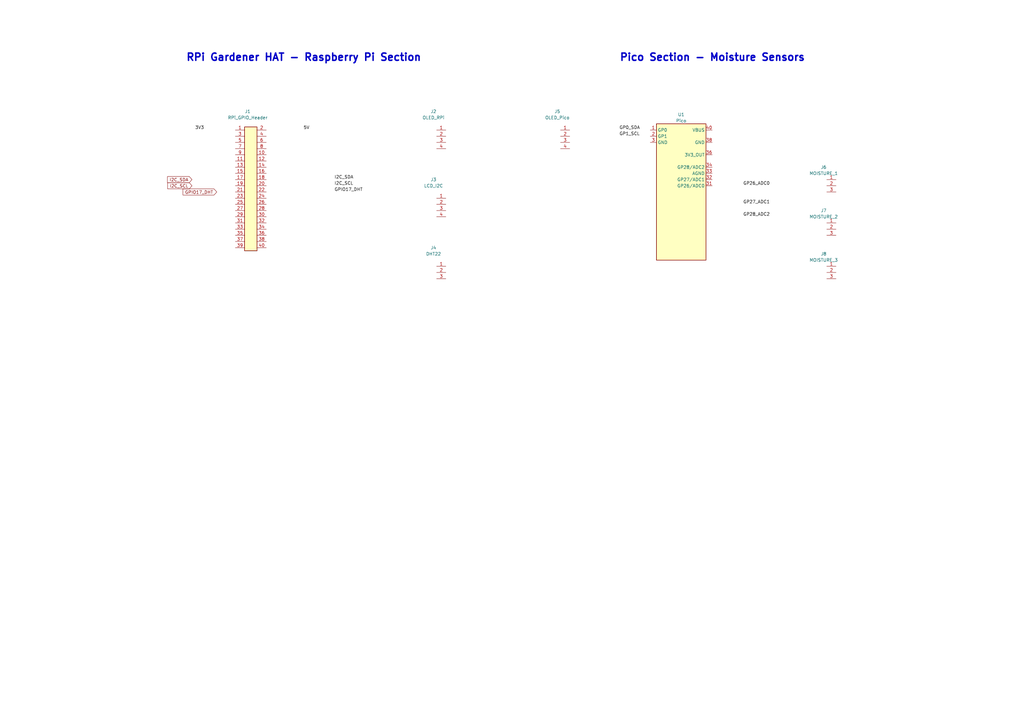
<source format=kicad_sch>
(kicad_sch (version 20231120) (generator "eeschema") (generator_version "8.0")
  (paper "A3")
  (title_block (title "RPi Gardener HAT") (date "2026-01-07") (rev "1.1") (comment 1 "Raspberry Pi HAT with Pico integration") (comment 2 "OLED, DHT22, LCD, Moisture sensors"))
  (lib_symbols
    (symbol "Connector_Generic:Conn_02x20_Odd_Even" (pin_names (offset 1.016) hide)
      (property "Reference" "J" (at 1.27 25.4 0))
      (property "Value" "Conn_02x20_Odd_Even" (at 1.27 -27.94 0))
      (symbol "Conn_02x20_Odd_Even_1_1"
        (rectangle (start -1.27 24.13) (end 3.81 -26.67) (stroke (width 0.254)) (fill (type background)))
        (pin passive line (at -5.08 22.86 0) (length 3.81) (name "Pin_1") (number "1"))
        (pin passive line (at 7.62 22.86 180) (length 3.81) (name "Pin_2") (number "2"))
        (pin passive line (at -5.08 20.32 0) (length 3.81) (name "Pin_3") (number "3"))
        (pin passive line (at 7.62 20.32 180) (length 3.81) (name "Pin_4") (number "4"))
        (pin passive line (at -5.08 17.78 0) (length 3.81) (name "Pin_5") (number "5"))
        (pin passive line (at 7.62 17.78 180) (length 3.81) (name "Pin_6") (number "6"))
        (pin passive line (at -5.08 15.24 0) (length 3.81) (name "Pin_7") (number "7"))
        (pin passive line (at 7.62 15.24 180) (length 3.81) (name "Pin_8") (number "8"))
        (pin passive line (at -5.08 12.7 0) (length 3.81) (name "Pin_9") (number "9"))
        (pin passive line (at 7.62 12.7 180) (length 3.81) (name "Pin_10") (number "10"))
        (pin passive line (at -5.08 10.16 0) (length 3.81) (name "Pin_11") (number "11"))
        (pin passive line (at 7.62 10.16 180) (length 3.81) (name "Pin_12") (number "12"))
        (pin passive line (at -5.08 7.62 0) (length 3.81) (name "Pin_13") (number "13"))
        (pin passive line (at 7.62 7.62 180) (length 3.81) (name "Pin_14") (number "14"))
        (pin passive line (at -5.08 5.08 0) (length 3.81) (name "Pin_15") (number "15"))
        (pin passive line (at 7.62 5.08 180) (length 3.81) (name "Pin_16") (number "16"))
        (pin passive line (at -5.08 2.54 0) (length 3.81) (name "Pin_17") (number "17"))
        (pin passive line (at 7.62 2.54 180) (length 3.81) (name "Pin_18") (number "18"))
        (pin passive line (at -5.08 0 0) (length 3.81) (name "Pin_19") (number "19"))
        (pin passive line (at 7.62 0 180) (length 3.81) (name "Pin_20") (number "20"))
        (pin passive line (at -5.08 -2.54 0) (length 3.81) (name "Pin_21") (number "21"))
        (pin passive line (at 7.62 -2.54 180) (length 3.81) (name "Pin_22") (number "22"))
        (pin passive line (at -5.08 -5.08 0) (length 3.81) (name "Pin_23") (number "23"))
        (pin passive line (at 7.62 -5.08 180) (length 3.81) (name "Pin_24") (number "24"))
        (pin passive line (at -5.08 -7.62 0) (length 3.81) (name "Pin_25") (number "25"))
        (pin passive line (at 7.62 -7.62 180) (length 3.81) (name "Pin_26") (number "26"))
        (pin passive line (at -5.08 -10.16 0) (length 3.81) (name "Pin_27") (number "27"))
        (pin passive line (at 7.62 -10.16 180) (length 3.81) (name "Pin_28") (number "28"))
        (pin passive line (at -5.08 -12.7 0) (length 3.81) (name "Pin_29") (number "29"))
        (pin passive line (at 7.62 -12.7 180) (length 3.81) (name "Pin_30") (number "30"))
        (pin passive line (at -5.08 -15.24 0) (length 3.81) (name "Pin_31") (number "31"))
        (pin passive line (at 7.62 -15.24 180) (length 3.81) (name "Pin_32") (number "32"))
        (pin passive line (at -5.08 -17.78 0) (length 3.81) (name "Pin_33") (number "33"))
        (pin passive line (at 7.62 -17.78 180) (length 3.81) (name "Pin_34") (number "34"))
        (pin passive line (at -5.08 -20.32 0) (length 3.81) (name "Pin_35") (number "35"))
        (pin passive line (at 7.62 -20.32 180) (length 3.81) (name "Pin_36") (number "36"))
        (pin passive line (at -5.08 -22.86 0) (length 3.81) (name "Pin_37") (number "37"))
        (pin passive line (at 7.62 -22.86 180) (length 3.81) (name "Pin_38") (number "38"))
        (pin passive line (at -5.08 -25.4 0) (length 3.81) (name "Pin_39") (number "39"))
        (pin passive line (at 7.62 -25.4 180) (length 3.81) (name "Pin_40") (number "40"))
      )
    )
    (symbol "Connector:Conn_01x04_Pin" (pin_names (offset 1.016) hide)
      (property "Reference" "J" (at 0 5.08 0))
      (property "Value" "Conn_01x04_Pin" (at 0 -7.62 0))
      (symbol "Conn_01x04_Pin_1_1"
        (pin passive line (at 5.08 2.54 180) (length 3.81) (name "Pin_1") (number "1"))
        (pin passive line (at 5.08 0 180) (length 3.81) (name "Pin_2") (number "2"))
        (pin passive line (at 5.08 -2.54 180) (length 3.81) (name "Pin_3") (number "3"))
        (pin passive line (at 5.08 -5.08 180) (length 3.81) (name "Pin_4") (number "4"))
      )
    )
    (symbol "Connector:Conn_01x03_Pin" (pin_names (offset 1.016) hide)
      (property "Reference" "J" (at 0 5.08 0))
      (property "Value" "Conn_01x03_Pin" (at 0 -5.08 0))
      (symbol "Conn_01x03_Pin_1_1"
        (pin passive line (at 5.08 2.54 180) (length 3.81) (name "Pin_1") (number "1"))
        (pin passive line (at 5.08 0 180) (length 3.81) (name "Pin_2") (number "2"))
        (pin passive line (at 5.08 -2.54 180) (length 3.81) (name "Pin_3") (number "3"))
      )
    )
    (symbol "power:GND" (power) (pin_numbers hide) (pin_names (offset 0) hide)
      (property "Value" "GND" (at 0 -3.81 0))
      (symbol "GND_0_1"
        (polyline (pts (xy 0 0) (xy 0 -1.27) (xy 1.27 -1.27) (xy 0 -2.54) (xy -1.27 -1.27) (xy 0 -1.27)))
      )
      (symbol "GND_1_1"
        (pin power_in line (at 0 0 270) (length 0) (name "GND") (number "1"))
      )
    )
    (symbol "power:+3V3" (power) (pin_numbers hide) (pin_names (offset 0) hide)
      (property "Value" "+3V3" (at 0 3.556 0))
      (symbol "+3V3_0_1"
        (polyline (pts (xy -0.762 1.27) (xy 0 2.54)))
        (polyline (pts (xy 0 0) (xy 0 2.54)))
        (polyline (pts (xy 0 2.54) (xy 0.762 1.27)))
      )
      (symbol "+3V3_1_1"
        (pin power_in line (at 0 0 90) (length 0) (name "+3V3") (number "1"))
      )
    )
    (symbol "power:+5V" (power) (pin_numbers hide) (pin_names (offset 0) hide)
      (property "Value" "+5V" (at 0 3.556 0))
      (symbol "+5V_0_1"
        (polyline (pts (xy -0.762 1.27) (xy 0 2.54)))
        (polyline (pts (xy 0 0) (xy 0 2.54)))
        (polyline (pts (xy 0 2.54) (xy 0.762 1.27)))
      )
      (symbol "+5V_1_1"
        (pin power_in line (at 0 0 90) (length 0) (name "+5V") (number "1"))
      )
    )
    (symbol "RPi_Pico:Pico"
      (property "Reference" "U" (at 0 29.21 0))
      (property "Value" "Pico" (at 0 -29.21 0))
      (symbol "Pico_0_1"
        (rectangle (start -10.16 27.94) (end 10.16 -27.94) (stroke (width 0.254)) (fill (type background)))
      )
      (symbol "Pico_1_1"
        (pin bidirectional line (at -12.7 25.4 0) (length 2.54) (name "GP0") (number "1"))
        (pin bidirectional line (at -12.7 22.86 0) (length 2.54) (name "GP1") (number "2"))
        (pin power_in line (at -12.7 20.32 0) (length 2.54) (name "GND") (number "3"))
        (pin bidirectional line (at 12.7 2.54 180) (length 2.54) (name "GP26/ADC0") (number "31"))
        (pin bidirectional line (at 12.7 5.08 180) (length 2.54) (name "GP27/ADC1") (number "32"))
        (pin power_in line (at 12.7 7.62 180) (length 2.54) (name "AGND") (number "33"))
        (pin bidirectional line (at 12.7 10.16 180) (length 2.54) (name "GP28/ADC2") (number "34"))
        (pin power_out line (at 12.7 15.24 180) (length 2.54) (name "3V3_OUT") (number "36"))
        (pin power_in line (at 12.7 20.32 180) (length 2.54) (name "GND") (number "38"))
        (pin power_in line (at 12.7 25.4 180) (length 2.54) (name "VBUS") (number "40"))
      )
    )
  )
  (text "RPi Gardener HAT - Raspberry Pi Section" (at 76.2 25.4 0) (effects (font (size 3 3) (bold yes)) (justify left bottom)))
  (text "Pico Section - Moisture Sensors" (at 254 25.4 0) (effects (font (size 3 3) (bold yes)) (justify left bottom)))
  (symbol (lib_id "Connector_Generic:Conn_02x20_Odd_Even") (at 101.6 76.2 0) (unit 1)
    (property "Reference" "J1" (at 101.6 45.72 0))
    (property "Value" "RPi_GPIO_Header" (at 101.6 48.26 0))
    (property "Footprint" "Connector_PinSocket_2.54mm:PinSocket_2x20_P2.54mm_Vertical" (effects (hide yes)))
  )
  (symbol (lib_id "Connector:Conn_01x04_Pin") (at 177.8 55.88 0) (unit 1)
    (property "Reference" "J2" (at 177.8 45.72 0))
    (property "Value" "OLED_RPi" (at 177.8 48.26 0))
    (property "Footprint" "Connector_PinHeader_2.54mm:PinHeader_1x04_P2.54mm_Vertical" (effects (hide yes)))
  )
  (symbol (lib_id "Connector:Conn_01x04_Pin") (at 177.8 83.82 0) (unit 1)
    (property "Reference" "J3" (at 177.8 73.66 0))
    (property "Value" "LCD_I2C" (at 177.8 76.2 0))
    (property "Footprint" "Connector_PinHeader_2.54mm:PinHeader_1x04_P2.54mm_Vertical" (effects (hide yes)))
  )
  (symbol (lib_id "Connector:Conn_01x03_Pin") (at 177.8 111.76 0) (unit 1)
    (property "Reference" "J4" (at 177.8 101.6 0))
    (property "Value" "DHT22" (at 177.8 104.14 0))
    (property "Footprint" "Connector_PinHeader_2.54mm:PinHeader_1x03_P2.54mm_Vertical" (effects (hide yes)))
  )
  (symbol (lib_id "RPi_Pico:Pico") (at 279.4 78.74 0) (unit 1)
    (property "Reference" "U1" (at 279.4 46.99 0))
    (property "Value" "Pico" (at 279.4 49.53 0))
    (property "Footprint" "RPi_Pico:RPi_Pico_SMD_TH" (effects (hide yes)))
  )
  (symbol (lib_id "Connector:Conn_01x04_Pin") (at 228.6 55.88 0) (unit 1)
    (property "Reference" "J5" (at 228.6 45.72 0))
    (property "Value" "OLED_Pico" (at 228.6 48.26 0))
    (property "Footprint" "Connector_PinHeader_2.54mm:PinHeader_1x04_P2.54mm_Vertical" (effects (hide yes)))
  )
  (symbol (lib_id "Connector:Conn_01x03_Pin") (at 337.82 76.2 0) (unit 1)
    (property "Reference" "J6" (at 337.82 68.58 0))
    (property "Value" "MOISTURE_1" (at 337.82 71.12 0))
    (property "Footprint" "Connector_PinHeader_2.54mm:PinHeader_1x03_P2.54mm_Vertical" (effects (hide yes)))
  )
  (symbol (lib_id "Connector:Conn_01x03_Pin") (at 337.82 93.98 0) (unit 1)
    (property "Reference" "J7" (at 337.82 86.36 0))
    (property "Value" "MOISTURE_2" (at 337.82 88.9 0))
    (property "Footprint" "Connector_PinHeader_2.54mm:PinHeader_1x03_P2.54mm_Vertical" (effects (hide yes)))
  )
  (symbol (lib_id "Connector:Conn_01x03_Pin") (at 337.82 111.76 0) (unit 1)
    (property "Reference" "J8" (at 337.82 104.14 0))
    (property "Value" "MOISTURE_3" (at 337.82 106.68 0))
    (property "Footprint" "Connector_PinHeader_2.54mm:PinHeader_1x03_P2.54mm_Vertical" (effects (hide yes)))
  )
  (label "I2C_SDA" (at 137.16 73.66 0))
  (label "I2C_SCL" (at 137.16 76.2 0))
  (label "GPIO17_DHT" (at 137.16 78.74 0))
  (label "3V3" (at 80.01 53.34 0))
  (label "5V" (at 124.46 53.34 0))
  (label "GP0_SDA" (at 254 53.34 0))
  (label "GP1_SCL" (at 254 55.88 0))
  (label "GP26_ADC0" (at 304.8 76.2 0))
  (label "GP27_ADC1" (at 304.8 83.82 0))
  (label "GP28_ADC2" (at 304.8 88.9 0))
  (global_label "I2C_SDA" (shape input) (at 78.74 73.66 180) (property "Intersheetrefs" "${INTERSHEET_REFS}" (effects (hide yes))))
  (global_label "I2C_SCL" (shape input) (at 78.74 76.2 180) (property "Intersheetrefs" "${INTERSHEET_REFS}" (effects (hide yes))))
  (global_label "GPIO17_DHT" (shape input) (at 88.9 78.74 180) (property "Intersheetrefs" "${INTERSHEET_REFS}" (effects (hide yes))))
)
</source>
